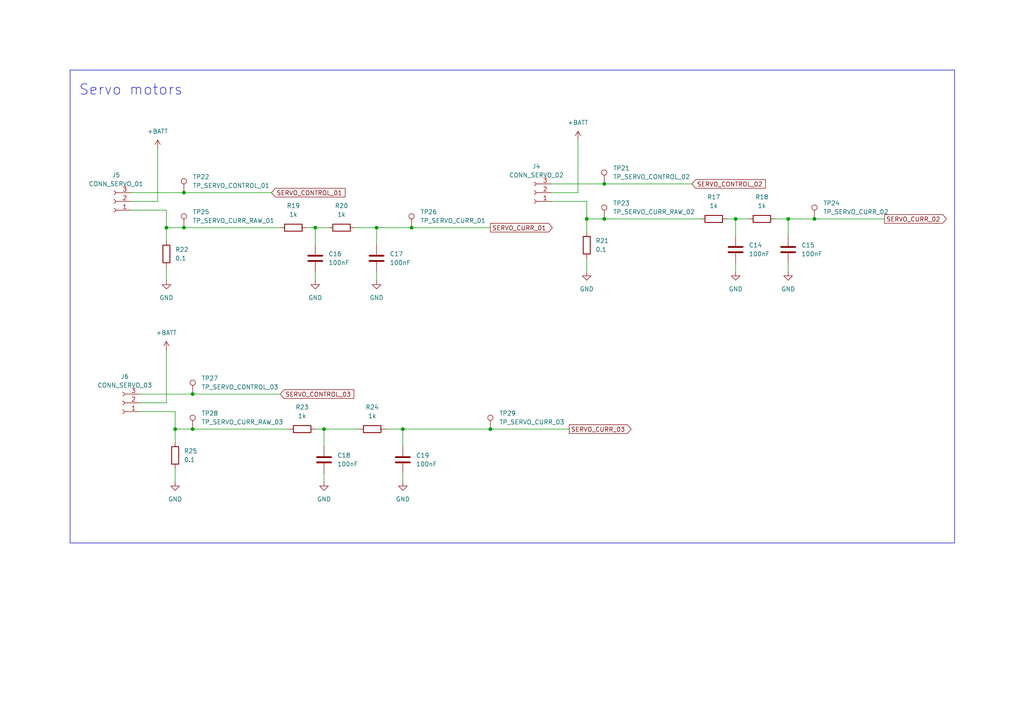
<source format=kicad_sch>
(kicad_sch (version 20230121) (generator eeschema)
  (paper "A4")
  (lib_symbols
    (symbol "Connector:Conn_01x03_Socket" (pin_names (offset 1.016) hide)
      (property "Reference" "J" (at 0 5.08 0))
      (property "Value" "Conn_01x03_Socket" (at 0 -5.08 0))
      (symbol "Conn_01x03_Socket_1_1"
        (arc (start 0 -2.032) (mid -0.5058 -2.54) (end 0 -3.048) (stroke (width 0.1524)))
        (polyline (pts (xy -1.27 -2.54) (xy -0.508 -2.54)) (stroke (width 0.1524)))
        (polyline (pts (xy -1.27 0) (xy -0.508 0)) (stroke (width 0.1524)))
        (polyline (pts (xy -1.27 2.54) (xy -0.508 2.54)) (stroke (width 0.1524)))
        (arc (start 0 0.508) (mid -0.5058 0) (end 0 -0.508) (stroke (width 0.1524)))
        (arc (start 0 3.048) (mid -0.5058 2.54) (end 0 2.032) (stroke (width 0.1524)))
        (pin passive line (at -5.08 2.54 0) (length 3.81) (name "Pin_1") (number "1"))
        (pin passive line (at -5.08 0 0) (length 3.81) (name "Pin_2") (number "2"))
        (pin passive line (at -5.08 -2.54 0) (length 3.81) (name "Pin_3") (number "3"))
      )
    )
    (symbol "Connector:TestPoint" (pin_numbers hide) (pin_names (offset 0.762) hide)
      (property "Reference" "TP" (at 0 6.858 0))
      (property "Value" "TestPoint" (at 0 5.08 0))
      (symbol "TestPoint_0_1"
        (circle (center 0 3.302) (radius 0.762))
      )
      (symbol "TestPoint_1_1"
        (pin passive line (at 0 0 90) (length 2.54) (name "1") (number "1"))
      )
    )
    (symbol "Device:C" (pin_numbers hide) (pin_names (offset 0.254))
      (property "Reference" "C" (at 0.635 2.54 0))
      (property "Value" "C" (at 0.635 -2.54 0))
      (symbol "C_0_1"
        (polyline (pts (xy -2.032 -0.762) (xy 2.032 -0.762)) (stroke (width 0.508)))
        (polyline (pts (xy -2.032 0.762) (xy 2.032 0.762)) (stroke (width 0.508)))
      )
      (symbol "C_1_1"
        (pin passive line (at 0 3.81 270) (length 2.794) (name "~") (number "1"))
        (pin passive line (at 0 -3.81 90) (length 2.794) (name "~") (number "2"))
      )
    )
    (symbol "Device:R" (pin_numbers hide) (pin_names (offset 0))
      (property "Reference" "R" (at 2.032 0 90))
      (property "Value" "R" (at 0 0 90))
      (symbol "R_0_1"
        (rectangle (start -1.016 -2.54) (end 1.016 2.54) (stroke (width 0.254)))
      )
      (symbol "R_1_1"
        (pin passive line (at 0 3.81 270) (length 1.27) (name "~") (number "1"))
        (pin passive line (at 0 -3.81 90) (length 1.27) (name "~") (number "2"))
      )
    )
    (symbol "power:+BATT" (power) (pin_names (offset 0))
      (property "Value" "+BATT" (at 0 3.556 0))
      (symbol "+BATT_0_1"
        (polyline (pts (xy -0.762 1.27) (xy 0 2.54)))
        (polyline (pts (xy 0 0) (xy 0 2.54)))
        (polyline (pts (xy 0 2.54) (xy 0.762 1.27)))
      )
      (symbol "+BATT_1_1"
        (pin power_in line (at 0 0 90) (length 0) hide (name "+BATT") (number "1"))
      )
    )
    (symbol "power:GND" (power) (pin_names (offset 0))
      (property "Value" "GND" (at 0 -3.81 0))
      (symbol "GND_0_1"
        (polyline (pts (xy 0 0) (xy 0 -1.27) (xy 1.27 -1.27) (xy 0 -2.54) (xy -1.27 -1.27) (xy 0 -1.27)))
      )
      (symbol "GND_1_1"
        (pin power_in line (at 0 0 270) (length 0) hide (name "GND") (number "1"))
      )
    )
  )
  (junction (at 170.18 63.5))
  (junction (at 119.38 66.04))
  (junction (at 48.26 66.04))
  (junction (at 109.22 66.04))
  (junction (at 236.22 63.5))
  (junction (at 91.44 66.04))
  (junction (at 175.26 53.34))
  (junction (at 53.34 66.04))
  (junction (at 53.34 55.88))
  (junction (at 55.88 124.46))
  (junction (at 50.8 124.46))
  (junction (at 175.26 63.5))
  (junction (at 116.84 124.46))
  (junction (at 142.24 124.46))
  (junction (at 93.98 124.46))
  (junction (at 55.88 114.3))
  (junction (at 228.6 63.5))
  (junction (at 213.36 63.5))
  (wire (pts (xy 48.26 77.47) (xy 48.26 81.28)))
  (wire (pts (xy 170.18 63.5) (xy 175.26 63.5)))
  (wire (pts (xy 175.26 53.34) (xy 200.66 53.34)))
  (wire (pts (xy 48.26 60.96) (xy 48.26 66.04)))
  (wire (pts (xy 170.18 74.93) (xy 170.18 78.74)))
  (wire (pts (xy 109.22 66.04) (xy 109.22 71.12)))
  (wire (pts (xy 91.44 66.04) (xy 95.25 66.04)))
  (wire (pts (xy 111.76 124.46) (xy 116.84 124.46)))
  (wire (pts (xy 142.24 124.46) (xy 165.1 124.46)))
  (wire (pts (xy 40.64 116.84) (xy 48.26 116.84)))
  (wire (pts (xy 45.72 58.42) (xy 45.72 43.18)))
  (wire (pts (xy 102.87 66.04) (xy 109.22 66.04)))
  (wire (pts (xy 116.84 124.46) (xy 142.24 124.46)))
  (wire (pts (xy 55.88 124.46) (xy 83.82 124.46)))
  (wire (pts (xy 236.22 63.5) (xy 256.54 63.5)))
  (wire (pts (xy 91.44 78.74) (xy 91.44 81.28)))
  (wire (pts (xy 228.6 76.2) (xy 228.6 78.74)))
  (wire (pts (xy 91.44 124.46) (xy 93.98 124.46)))
  (wire (pts (xy 170.18 63.5) (xy 170.18 67.31)))
  (wire (pts (xy 170.18 58.42) (xy 170.18 63.5)))
  (wire (pts (xy 160.02 53.34) (xy 175.26 53.34)))
  (wire (pts (xy 50.8 124.46) (xy 50.8 128.27)))
  (wire (pts (xy 93.98 124.46) (xy 93.98 129.54)))
  (wire (pts (xy 93.98 124.46) (xy 104.14 124.46)))
  (wire (pts (xy 40.64 114.3) (xy 55.88 114.3)))
  (wire (pts (xy 38.1 60.96) (xy 48.26 60.96)))
  (wire (pts (xy 50.8 119.38) (xy 50.8 124.46)))
  (wire (pts (xy 224.79 63.5) (xy 228.6 63.5)))
  (wire (pts (xy 160.02 58.42) (xy 170.18 58.42)))
  (wire (pts (xy 175.26 63.5) (xy 203.2 63.5)))
  (wire (pts (xy 213.36 63.5) (xy 217.17 63.5)))
  (wire (pts (xy 40.64 119.38) (xy 50.8 119.38)))
  (wire (pts (xy 213.36 76.2) (xy 213.36 78.74)))
  (wire (pts (xy 48.26 66.04) (xy 53.34 66.04)))
  (wire (pts (xy 91.44 66.04) (xy 91.44 71.12)))
  (wire (pts (xy 116.84 137.16) (xy 116.84 139.7)))
  (wire (pts (xy 228.6 63.5) (xy 236.22 63.5)))
  (wire (pts (xy 88.9 66.04) (xy 91.44 66.04)))
  (wire (pts (xy 50.8 135.89) (xy 50.8 139.7)))
  (wire (pts (xy 160.02 55.88) (xy 167.64 55.88)))
  (wire (pts (xy 167.64 55.88) (xy 167.64 40.64)))
  (wire (pts (xy 213.36 63.5) (xy 213.36 68.58)))
  (wire (pts (xy 48.26 66.04) (xy 48.26 69.85)))
  (wire (pts (xy 53.34 55.88) (xy 78.74 55.88)))
  (wire (pts (xy 38.1 58.42) (xy 45.72 58.42)))
  (wire (pts (xy 228.6 63.5) (xy 228.6 68.58)))
  (wire (pts (xy 50.8 124.46) (xy 55.88 124.46)))
  (wire (pts (xy 116.84 124.46) (xy 116.84 129.54)))
  (wire (pts (xy 48.26 116.84) (xy 48.26 101.6)))
  (wire (pts (xy 109.22 78.74) (xy 109.22 81.28)))
  (wire (pts (xy 210.82 63.5) (xy 213.36 63.5)))
  (wire (pts (xy 93.98 137.16) (xy 93.98 139.7)))
  (wire (pts (xy 55.88 114.3) (xy 81.28 114.3)))
  (wire (pts (xy 38.1 55.88) (xy 53.34 55.88)))
  (wire (pts (xy 53.34 66.04) (xy 81.28 66.04)))
  (wire (pts (xy 119.38 66.04) (xy 142.24 66.04)))
  (wire (pts (xy 109.22 66.04) (xy 119.38 66.04)))
  (rectangle (start 20.32 20.32) (end 276.86 157.48))
  (text "Servo motors" (at 22.86 27.94 0) (effects (font (size 3 3)) (justify left bottom)))
  (global_label "SERVO_CONTROL_03" (shape input) (at 81.28 114.3 0) (property "Intersheetrefs" "${INTERSHEET_REFS}" (effects hide)))
  (global_label "SERVO_CURR_01" (shape output) (at 142.24 66.04 0) (property "Intersheetrefs" "${INTERSHEET_REFS}" (effects hide)))
  (global_label "SERVO_CURR_02" (shape output) (at 256.54 63.5 0) (property "Intersheetrefs" "${INTERSHEET_REFS}" (effects hide)))
  (global_label "SERVO_CONTROL_01" (shape input) (at 78.74 55.88 0) (property "Intersheetrefs" "${INTERSHEET_REFS}" (effects hide)))
  (global_label "SERVO_CONTROL_02" (shape input) (at 200.66 53.34 0) (property "Intersheetrefs" "${INTERSHEET_REFS}" (effects hide)))
  (global_label "SERVO_CURR_03" (shape output) (at 165.1 124.46 0) (property "Intersheetrefs" "${INTERSHEET_REFS}" (effects hide)))
  (symbol (lib_id "power:GND") (at 116.84 139.7 0) (unit 1)
    (property "Reference" "#PWR031" (effects hide))
    (property "Value" "GND" (at 116.84 144.78 0))
  )
  (symbol (lib_id "Device:C") (at 213.36 72.39 0) (unit 1)
    (property "Reference" "C14" (at 217.17 71.12 0) (effects (justify left)))
    (property "Value" "100nF" (at 217.17 73.66 0) (effects (justify left)))
    (property "Footprint" "Capacitor_SMD:C_1206_3216Metric" (effects hide))
  )
  (symbol (lib_id "Device:C") (at 109.22 74.93 0) (unit 1)
    (property "Reference" "C17" (at 113.03 73.66 0) (effects (justify left)))
    (property "Value" "100nF" (at 113.03 76.2 0) (effects (justify left)))
    (property "Footprint" "Capacitor_SMD:C_1206_3216Metric" (effects hide))
  )
  (symbol (lib_id "Device:R") (at 87.63 124.46 90) (unit 1)
    (property "Reference" "R23" (at 87.63 118.11 90))
    (property "Value" "1k" (at 87.63 120.65 90))
    (property "Footprint" "Resistor_SMD:R_1206_3216Metric" (effects hide))
  )
  (symbol (lib_id "Connector:TestPoint") (at 236.22 63.5 0) (unit 1)
    (property "Reference" "TP24" (at 238.76 58.928 0) (effects (justify left)))
    (property "Value" "TP_SERVO_CURR_02" (at 238.76 61.468 0) (effects (justify left)))
    (property "Footprint" "TestPoint:TestPoint_Pad_D2.5mm" (effects hide))
  )
  (symbol (lib_id "Device:R") (at 107.95 124.46 90) (unit 1)
    (property "Reference" "R24" (at 107.95 118.11 90))
    (property "Value" "1k" (at 107.95 120.65 90))
    (property "Footprint" "Resistor_SMD:R_1206_3216Metric" (effects hide))
  )
  (symbol (lib_id "Connector:TestPoint") (at 175.26 63.5 0) (unit 1)
    (property "Reference" "TP23" (at 177.8 58.928 0) (effects (justify left)))
    (property "Value" "TP_SERVO_CURR_RAW_02" (at 177.8 61.468 0) (effects (justify left)))
    (property "Footprint" "TestPoint:TestPoint_Pad_D2.5mm" (effects hide))
  )
  (symbol (lib_id "Connector:TestPoint") (at 119.38 66.04 0) (unit 1)
    (property "Reference" "TP26" (at 121.92 61.468 0) (effects (justify left)))
    (property "Value" "TP_SERVO_CURR_01" (at 121.92 64.008 0) (effects (justify left)))
    (property "Footprint" "TestPoint:TestPoint_Pad_D2.5mm" (effects hide))
  )
  (symbol (lib_id "Device:R") (at 170.18 71.12 0) (unit 1)
    (property "Reference" "R21" (at 172.72 69.85 0) (effects (justify left)))
    (property "Value" "0.1" (at 172.72 72.39 0) (effects (justify left)))
    (property "Footprint" "Resistor_THT:R_Axial_DIN0922_L20.0mm_D9.0mm_P30.48mm_Horizontal" (effects hide))
  )
  (symbol (lib_id "Connector:TestPoint") (at 175.26 53.34 0) (unit 1)
    (property "Reference" "TP21" (at 177.8 48.768 0) (effects (justify left)))
    (property "Value" "TP_SERVO_CONTROL_02" (at 177.8 51.308 0) (effects (justify left)))
    (property "Footprint" "TestPoint:TestPoint_Pad_D2.5mm" (effects hide))
  )
  (symbol (lib_id "Device:C") (at 93.98 133.35 0) (unit 1)
    (property "Reference" "C18" (at 97.79 132.08 0) (effects (justify left)))
    (property "Value" "100nF" (at 97.79 134.62 0) (effects (justify left)))
    (property "Footprint" "Capacitor_SMD:C_1206_3216Metric" (effects hide))
  )
  (symbol (lib_id "Device:C") (at 228.6 72.39 0) (unit 1)
    (property "Reference" "C15" (at 232.41 71.12 0) (effects (justify left)))
    (property "Value" "100nF" (at 232.41 73.66 0) (effects (justify left)))
    (property "Footprint" "Capacitor_SMD:C_1206_3216Metric" (effects hide))
  )
  (symbol (lib_id "Device:R") (at 48.26 73.66 0) (unit 1)
    (property "Reference" "R22" (at 50.8 72.39 0) (effects (justify left)))
    (property "Value" "0.1" (at 50.8 74.93 0) (effects (justify left)))
    (property "Footprint" "Resistor_THT:R_Axial_DIN0922_L20.0mm_D9.0mm_P30.48mm_Horizontal" (effects hide))
  )
  (symbol (lib_id "Device:R") (at 220.98 63.5 90) (unit 1)
    (property "Reference" "R18" (at 220.98 57.15 90))
    (property "Value" "1k" (at 220.98 59.69 90))
    (property "Footprint" "Resistor_SMD:R_1206_3216Metric" (effects hide))
  )
  (symbol (lib_id "power:GND") (at 48.26 81.28 0) (unit 1)
    (property "Reference" "#PWR025" (effects hide))
    (property "Value" "GND" (at 48.26 86.36 0))
  )
  (symbol (lib_id "Device:C") (at 116.84 133.35 0) (unit 1)
    (property "Reference" "C19" (at 120.65 132.08 0) (effects (justify left)))
    (property "Value" "100nF" (at 120.65 134.62 0) (effects (justify left)))
    (property "Footprint" "Capacitor_SMD:C_1206_3216Metric" (effects hide))
  )
  (symbol (lib_id "Device:R") (at 207.01 63.5 90) (unit 1)
    (property "Reference" "R17" (at 207.01 57.15 90))
    (property "Value" "1k" (at 207.01 59.69 90))
    (property "Footprint" "Resistor_SMD:R_1206_3216Metric" (effects hide))
  )
  (symbol (lib_id "power:GND") (at 213.36 78.74 0) (unit 1)
    (property "Reference" "#PWR023" (effects hide))
    (property "Value" "GND" (at 213.36 83.82 0))
  )
  (symbol (lib_id "Device:C") (at 91.44 74.93 0) (unit 1)
    (property "Reference" "C16" (at 95.25 73.66 0) (effects (justify left)))
    (property "Value" "100nF" (at 95.25 76.2 0) (effects (justify left)))
    (property "Footprint" "Capacitor_SMD:C_1206_3216Metric" (effects hide))
  )
  (symbol (lib_id "power:+BATT") (at 48.26 101.6 0) (unit 1)
    (property "Reference" "#PWR028" (effects hide))
    (property "Value" "+BATT" (at 48.26 96.52 0))
  )
  (symbol (lib_id "power:GND") (at 50.8 139.7 0) (unit 1)
    (property "Reference" "#PWR029" (effects hide))
    (property "Value" "GND" (at 50.8 144.78 0))
  )
  (symbol (lib_id "power:GND") (at 109.22 81.28 0) (unit 1)
    (property "Reference" "#PWR027" (effects hide))
    (property "Value" "GND" (at 109.22 86.36 0))
  )
  (symbol (lib_id "Connector:Conn_01x03_Socket") (at 33.02 58.42 180) (unit 1)
    (property "Reference" "J5" (at 33.655 50.8 0))
    (property "Value" "CONN_SERVO_01" (at 33.655 53.34 0))
    (property "Footprint" "Connector_JST:JST_XA_B03B-XASK-1_1x03_P2.50mm_Vertical" (effects hide))
  )
  (symbol (lib_id "Connector:Conn_01x03_Socket") (at 154.94 55.88 180) (unit 1)
    (property "Reference" "J4" (at 155.575 48.26 0))
    (property "Value" "CONN_SERVO_02" (at 155.575 50.8 0))
    (property "Footprint" "Connector_JST:JST_XA_B03B-XASK-1_1x03_P2.50mm_Vertical" (effects hide))
  )
  (symbol (lib_id "power:GND") (at 93.98 139.7 0) (unit 1)
    (property "Reference" "#PWR030" (effects hide))
    (property "Value" "GND" (at 93.98 144.78 0))
  )
  (symbol (lib_id "Device:R") (at 50.8 132.08 0) (unit 1)
    (property "Reference" "R25" (at 53.34 130.81 0) (effects (justify left)))
    (property "Value" "0.1" (at 53.34 133.35 0) (effects (justify left)))
    (property "Footprint" "Resistor_THT:R_Axial_DIN0922_L20.0mm_D9.0mm_P30.48mm_Horizontal" (effects hide))
  )
  (symbol (lib_id "Connector:TestPoint") (at 55.88 124.46 0) (unit 1)
    (property "Reference" "TP28" (at 58.42 119.888 0) (effects (justify left)))
    (property "Value" "TP_SERVO_CURR_RAW_03" (at 58.42 122.428 0) (effects (justify left)))
    (property "Footprint" "TestPoint:TestPoint_Pad_D2.5mm" (effects hide))
  )
  (symbol (lib_id "power:GND") (at 91.44 81.28 0) (unit 1)
    (property "Reference" "#PWR026" (effects hide))
    (property "Value" "GND" (at 91.44 86.36 0))
  )
  (symbol (lib_id "Device:R") (at 85.09 66.04 90) (unit 1)
    (property "Reference" "R19" (at 85.09 59.69 90))
    (property "Value" "1k" (at 85.09 62.23 90))
    (property "Footprint" "Resistor_SMD:R_1206_3216Metric" (effects hide))
  )
  (symbol (lib_id "Connector:TestPoint") (at 53.34 66.04 0) (unit 1)
    (property "Reference" "TP25" (at 55.88 61.468 0) (effects (justify left)))
    (property "Value" "TP_SERVO_CURR_RAW_01" (at 55.88 64.008 0) (effects (justify left)))
    (property "Footprint" "TestPoint:TestPoint_Pad_D2.5mm" (effects hide))
  )
  (symbol (lib_id "power:+BATT") (at 167.64 40.64 0) (unit 1)
    (property "Reference" "#PWR020" (effects hide))
    (property "Value" "+BATT" (at 167.64 35.56 0))
  )
  (symbol (lib_id "power:GND") (at 170.18 78.74 0) (unit 1)
    (property "Reference" "#PWR022" (effects hide))
    (property "Value" "GND" (at 170.18 83.82 0))
  )
  (symbol (lib_id "Connector:TestPoint") (at 55.88 114.3 0) (unit 1)
    (property "Reference" "TP27" (at 58.42 109.728 0) (effects (justify left)))
    (property "Value" "TP_SERVO_CONTROL_03" (at 58.42 112.268 0) (effects (justify left)))
    (property "Footprint" "TestPoint:TestPoint_Pad_D2.5mm" (effects hide))
  )
  (symbol (lib_id "Device:R") (at 99.06 66.04 90) (unit 1)
    (property "Reference" "R20" (at 99.06 59.69 90))
    (property "Value" "1k" (at 99.06 62.23 90))
    (property "Footprint" "Resistor_SMD:R_1206_3216Metric" (effects hide))
  )
  (symbol (lib_id "Connector:TestPoint") (at 53.34 55.88 0) (unit 1)
    (property "Reference" "TP22" (at 55.88 51.308 0) (effects (justify left)))
    (property "Value" "TP_SERVO_CONTROL_01" (at 55.88 53.848 0) (effects (justify left)))
    (property "Footprint" "TestPoint:TestPoint_Pad_D2.5mm" (effects hide))
  )
  (symbol (lib_id "power:+BATT") (at 45.72 43.18 0) (unit 1)
    (property "Reference" "#PWR021" (effects hide))
    (property "Value" "+BATT" (at 45.72 38.1 0))
  )
  (symbol (lib_id "Connector:TestPoint") (at 142.24 124.46 0) (unit 1)
    (property "Reference" "TP29" (at 144.78 119.888 0) (effects (justify left)))
    (property "Value" "TP_SERVO_CURR_03" (at 144.78 122.428 0) (effects (justify left)))
    (property "Footprint" "TestPoint:TestPoint_Pad_D2.5mm" (effects hide))
  )
  (symbol (lib_id "power:GND") (at 228.6 78.74 0) (unit 1)
    (property "Reference" "#PWR024" (effects hide))
    (property "Value" "GND" (at 228.6 83.82 0))
  )
  (symbol (lib_id "Connector:Conn_01x03_Socket") (at 35.56 116.84 180) (unit 1)
    (property "Reference" "J6" (at 36.195 109.22 0))
    (property "Value" "CONN_SERVO_03" (at 36.195 111.76 0))
    (property "Footprint" "Connector_JST:JST_XA_B03B-XASK-1_1x03_P2.50mm_Vertical" (effects hide))
  )
)
</source>
